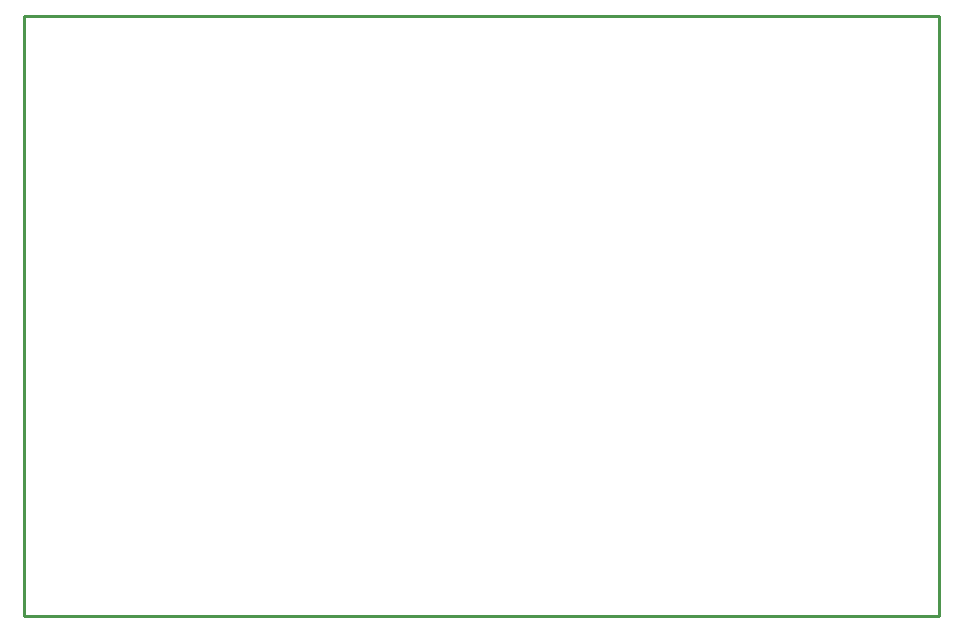
<source format=gbr>
G04 EAGLE Gerber RS-274X export*
G75*
%MOMM*%
%FSLAX34Y34*%
%LPD*%
%IN*%
%IPPOS*%
%AMOC8*
5,1,8,0,0,1.08239X$1,22.5*%
G01*
%ADD10C,0.254000*%


D10*
X76200Y127000D02*
X850900Y127000D01*
X850900Y635000D01*
X76200Y635000D01*
X76200Y127000D01*
M02*

</source>
